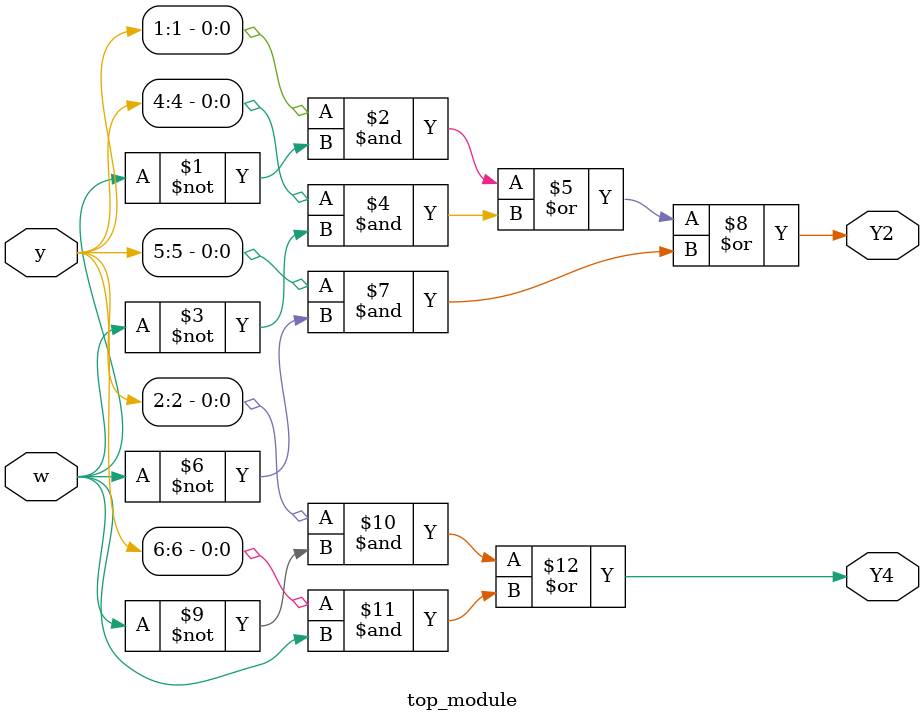
<source format=sv>
module top_module (
    input [6:1] y,
    input w,
    output Y2,
    output Y4
);

// Derive the logic equations for Y2 and Y4

// Y2 corresponds to the next-state signal for y[2] (state B)
assign Y2 = (y[1] & ~w) // A (0) --0--> B
         | (y[4] & ~w) // C (0) --0--> B
         | (y[5] & ~w); // D (0) --0--> B

// Y4 corresponds to the next-state signal for y[4] (state C)
assign Y4 = (y[2] & ~w) // B (0) --0--> C
         | (y[6] & w); // F (1) --1--> C

endmodule

</source>
